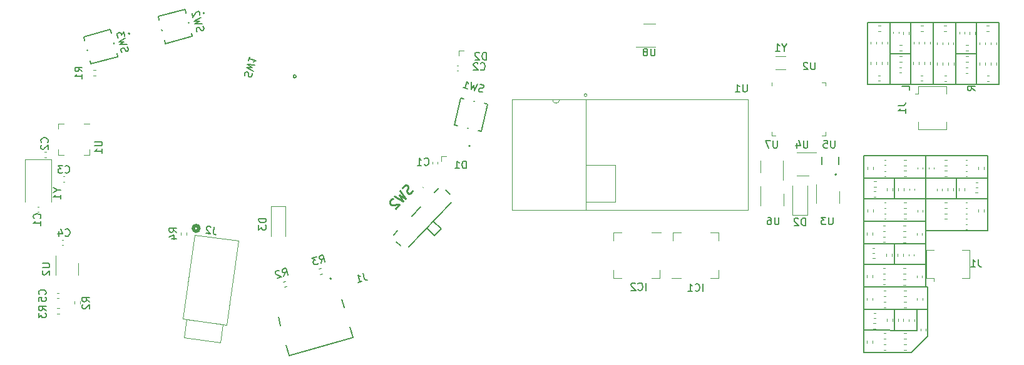
<source format=gbr>
%TF.GenerationSoftware,KiCad,Pcbnew,(7.0.0)*%
%TF.CreationDate,2023-05-27T11:58:37+01:00*%
%TF.ProjectId,all,616c6c2e-6b69-4636-9164-5f7063625858,rev?*%
%TF.SameCoordinates,Original*%
%TF.FileFunction,Legend,Bot*%
%TF.FilePolarity,Positive*%
%FSLAX46Y46*%
G04 Gerber Fmt 4.6, Leading zero omitted, Abs format (unit mm)*
G04 Created by KiCad (PCBNEW (7.0.0)) date 2023-05-27 11:58:37*
%MOMM*%
%LPD*%
G01*
G04 APERTURE LIST*
%ADD10C,0.150000*%
%ADD11C,0.254000*%
%ADD12C,0.152400*%
%ADD13C,0.120000*%
%ADD14C,0.200000*%
%ADD15C,0.100000*%
%ADD16C,0.508000*%
G04 APERTURE END LIST*
D10*
X162714160Y-87861560D02*
X162714160Y-85111560D01*
X155523160Y-73081560D02*
X163905160Y-73081560D01*
X163905160Y-73081560D02*
X163905160Y-81971560D01*
X163905160Y-81971560D02*
X155523160Y-81971560D01*
X155523160Y-81971560D02*
X155523160Y-73081560D01*
X163905160Y-81971560D02*
X164213569Y-81973034D01*
X155523160Y-85019560D02*
X164214160Y-85019560D01*
X163905160Y-70033560D02*
X172287160Y-70033560D01*
X155523160Y-78923560D02*
X163905160Y-78923560D01*
X155523160Y-76129560D02*
X163905160Y-76129560D01*
X155523160Y-90861560D02*
X161964160Y-90861560D01*
X155523160Y-64191560D02*
X163905160Y-64191560D01*
X163905160Y-64191560D02*
X163905160Y-73081560D01*
X163905160Y-73081560D02*
X155523160Y-73081560D01*
X155523160Y-73081560D02*
X155523160Y-64191560D01*
X164214160Y-88611560D02*
X164213569Y-81973034D01*
X161964160Y-90861560D02*
X164214160Y-88611560D01*
X159714160Y-70033560D02*
X159714160Y-67239560D01*
X155523160Y-90861560D02*
X155523160Y-81971560D01*
X163905160Y-67239560D02*
X155523160Y-67239560D01*
X163905160Y-64191560D02*
X172287160Y-64191560D01*
X172287160Y-64191560D02*
X172287160Y-74331560D01*
X172287160Y-74331560D02*
X163905160Y-74331560D01*
X163905160Y-74331560D02*
X163905160Y-64191560D01*
X163905160Y-70033560D02*
X155523160Y-70033560D01*
X159714160Y-85019560D02*
X159714160Y-87813560D01*
X163905160Y-67239560D02*
X172287160Y-67239560D01*
X168096160Y-67239560D02*
X168096160Y-70033560D01*
X155523160Y-87813560D02*
X162714160Y-87861560D01*
X159714160Y-76129560D02*
X159714160Y-78923560D01*
X170802000Y-54522000D02*
X170802000Y-46140000D01*
X156070000Y-54522000D02*
X164960000Y-54522000D01*
X164960000Y-54522000D02*
X164960000Y-46140000D01*
X164960000Y-46140000D02*
X156070000Y-46140000D01*
X156070000Y-46140000D02*
X156070000Y-54522000D01*
X161912000Y-50331000D02*
X159118000Y-50331000D01*
X161912000Y-46140000D02*
X161912000Y-54522000D01*
X161694380Y-55236285D02*
X161694380Y-54760095D01*
X161694380Y-54760095D02*
X160694380Y-54760095D01*
X168008000Y-54522000D02*
X168008000Y-46140000D01*
X164960000Y-54522000D02*
X173850000Y-54522000D01*
X173850000Y-54522000D02*
X173850000Y-46140000D01*
X173850000Y-46140000D02*
X164960000Y-46140000D01*
X164960000Y-46140000D02*
X164960000Y-54522000D01*
X168008000Y-50331000D02*
X170802000Y-50331000D01*
X170584380Y-55331523D02*
X170108190Y-54998190D01*
X170584380Y-54760095D02*
X169584380Y-54760095D01*
X169584380Y-54760095D02*
X169584380Y-55141047D01*
X169584380Y-55141047D02*
X169632000Y-55236285D01*
X169632000Y-55236285D02*
X169679619Y-55283904D01*
X169679619Y-55283904D02*
X169774857Y-55331523D01*
X169774857Y-55331523D02*
X169917714Y-55331523D01*
X169917714Y-55331523D02*
X170012952Y-55283904D01*
X170012952Y-55283904D02*
X170060571Y-55236285D01*
X170060571Y-55236285D02*
X170108190Y-55141047D01*
X170108190Y-55141047D02*
X170108190Y-54760095D01*
X159118000Y-46140000D02*
X159118000Y-54522000D01*
%TO.C,SW2*%
X65406682Y-47397317D02*
X65323712Y-47271652D01*
X65323712Y-47271652D02*
X65262088Y-47041670D01*
X65262088Y-47041670D02*
X65283435Y-46937352D01*
X65283435Y-46937352D02*
X65317107Y-46879031D01*
X65317107Y-46879031D02*
X65396775Y-46808385D01*
X65396775Y-46808385D02*
X65488768Y-46783735D01*
X65488768Y-46783735D02*
X65593086Y-46805082D01*
X65593086Y-46805082D02*
X65651407Y-46838754D01*
X65651407Y-46838754D02*
X65722053Y-46918422D01*
X65722053Y-46918422D02*
X65817348Y-47090084D01*
X65817348Y-47090084D02*
X65887994Y-47169752D01*
X65887994Y-47169752D02*
X65946315Y-47203424D01*
X65946315Y-47203424D02*
X66050633Y-47224771D01*
X66050633Y-47224771D02*
X66142626Y-47200121D01*
X66142626Y-47200121D02*
X66222294Y-47129475D01*
X66222294Y-47129475D02*
X66255966Y-47071154D01*
X66255966Y-47071154D02*
X66277313Y-46966836D01*
X66277313Y-46966836D02*
X66215689Y-46736854D01*
X66215689Y-46736854D02*
X66132718Y-46611189D01*
X66092442Y-46276889D02*
X65064892Y-46305726D01*
X65064892Y-46305726D02*
X65705541Y-45936869D01*
X65705541Y-45936869D02*
X64966295Y-45937754D01*
X64966295Y-45937754D02*
X65870597Y-45448953D01*
X65692331Y-45151627D02*
X65726003Y-45093306D01*
X65726003Y-45093306D02*
X65747350Y-44988988D01*
X65747350Y-44988988D02*
X65685726Y-44759006D01*
X65685726Y-44759006D02*
X65615080Y-44679338D01*
X65615080Y-44679338D02*
X65556759Y-44645666D01*
X65556759Y-44645666D02*
X65452442Y-44624319D01*
X65452442Y-44624319D02*
X65360449Y-44648968D01*
X65360449Y-44648968D02*
X65234784Y-44731939D01*
X65234784Y-44731939D02*
X64830723Y-45431793D01*
X64830723Y-45431793D02*
X64670502Y-44833839D01*
%TO.C,C5*%
X44842599Y-82959989D02*
X44890218Y-82912370D01*
X44890218Y-82912370D02*
X44937837Y-82769513D01*
X44937837Y-82769513D02*
X44937837Y-82674275D01*
X44937837Y-82674275D02*
X44890218Y-82531418D01*
X44890218Y-82531418D02*
X44794980Y-82436180D01*
X44794980Y-82436180D02*
X44699742Y-82388561D01*
X44699742Y-82388561D02*
X44509266Y-82340942D01*
X44509266Y-82340942D02*
X44366409Y-82340942D01*
X44366409Y-82340942D02*
X44175933Y-82388561D01*
X44175933Y-82388561D02*
X44080695Y-82436180D01*
X44080695Y-82436180D02*
X43985457Y-82531418D01*
X43985457Y-82531418D02*
X43937837Y-82674275D01*
X43937837Y-82674275D02*
X43937837Y-82769513D01*
X43937837Y-82769513D02*
X43985457Y-82912370D01*
X43985457Y-82912370D02*
X44033076Y-82959989D01*
X43937837Y-83864751D02*
X43937837Y-83388561D01*
X43937837Y-83388561D02*
X44414028Y-83340942D01*
X44414028Y-83340942D02*
X44366409Y-83388561D01*
X44366409Y-83388561D02*
X44318790Y-83483799D01*
X44318790Y-83483799D02*
X44318790Y-83721894D01*
X44318790Y-83721894D02*
X44366409Y-83817132D01*
X44366409Y-83817132D02*
X44414028Y-83864751D01*
X44414028Y-83864751D02*
X44509266Y-83912370D01*
X44509266Y-83912370D02*
X44747361Y-83912370D01*
X44747361Y-83912370D02*
X44842599Y-83864751D01*
X44842599Y-83864751D02*
X44890218Y-83817132D01*
X44890218Y-83817132D02*
X44937837Y-83721894D01*
X44937837Y-83721894D02*
X44937837Y-83483799D01*
X44937837Y-83483799D02*
X44890218Y-83388561D01*
X44890218Y-83388561D02*
X44842599Y-83340942D01*
%TO.C,C2*%
X45142599Y-62359989D02*
X45190218Y-62312370D01*
X45190218Y-62312370D02*
X45237837Y-62169513D01*
X45237837Y-62169513D02*
X45237837Y-62074275D01*
X45237837Y-62074275D02*
X45190218Y-61931418D01*
X45190218Y-61931418D02*
X45094980Y-61836180D01*
X45094980Y-61836180D02*
X44999742Y-61788561D01*
X44999742Y-61788561D02*
X44809266Y-61740942D01*
X44809266Y-61740942D02*
X44666409Y-61740942D01*
X44666409Y-61740942D02*
X44475933Y-61788561D01*
X44475933Y-61788561D02*
X44380695Y-61836180D01*
X44380695Y-61836180D02*
X44285457Y-61931418D01*
X44285457Y-61931418D02*
X44237837Y-62074275D01*
X44237837Y-62074275D02*
X44237837Y-62169513D01*
X44237837Y-62169513D02*
X44285457Y-62312370D01*
X44285457Y-62312370D02*
X44333076Y-62359989D01*
X44333076Y-62740942D02*
X44285457Y-62788561D01*
X44285457Y-62788561D02*
X44237837Y-62883799D01*
X44237837Y-62883799D02*
X44237837Y-63121894D01*
X44237837Y-63121894D02*
X44285457Y-63217132D01*
X44285457Y-63217132D02*
X44333076Y-63264751D01*
X44333076Y-63264751D02*
X44428314Y-63312370D01*
X44428314Y-63312370D02*
X44523552Y-63312370D01*
X44523552Y-63312370D02*
X44666409Y-63264751D01*
X44666409Y-63264751D02*
X45237837Y-62693323D01*
X45237837Y-62693323D02*
X45237837Y-63312370D01*
%TO.C,C4*%
X47537123Y-74998798D02*
X47584742Y-75046417D01*
X47584742Y-75046417D02*
X47727599Y-75094036D01*
X47727599Y-75094036D02*
X47822837Y-75094036D01*
X47822837Y-75094036D02*
X47965694Y-75046417D01*
X47965694Y-75046417D02*
X48060932Y-74951179D01*
X48060932Y-74951179D02*
X48108551Y-74855941D01*
X48108551Y-74855941D02*
X48156170Y-74665465D01*
X48156170Y-74665465D02*
X48156170Y-74522608D01*
X48156170Y-74522608D02*
X48108551Y-74332132D01*
X48108551Y-74332132D02*
X48060932Y-74236894D01*
X48060932Y-74236894D02*
X47965694Y-74141656D01*
X47965694Y-74141656D02*
X47822837Y-74094036D01*
X47822837Y-74094036D02*
X47727599Y-74094036D01*
X47727599Y-74094036D02*
X47584742Y-74141656D01*
X47584742Y-74141656D02*
X47537123Y-74189275D01*
X46679980Y-74427370D02*
X46679980Y-75094036D01*
X46918075Y-74046417D02*
X47156170Y-74760703D01*
X47156170Y-74760703D02*
X46537123Y-74760703D01*
%TO.C,Y1*%
X46461647Y-68850465D02*
X46937837Y-68850465D01*
X45937837Y-68517132D02*
X46461647Y-68850465D01*
X46461647Y-68850465D02*
X45937837Y-69183798D01*
X46937837Y-70040941D02*
X46937837Y-69469513D01*
X46937837Y-69755227D02*
X45937837Y-69755227D01*
X45937837Y-69755227D02*
X46080695Y-69659989D01*
X46080695Y-69659989D02*
X46175933Y-69564751D01*
X46175933Y-69564751D02*
X46223552Y-69469513D01*
%TO.C,SW1*%
X71797643Y-53321492D02*
X71790981Y-53171055D01*
X71790981Y-53171055D02*
X71856205Y-52942067D01*
X71856205Y-52942067D02*
X71928092Y-52863517D01*
X71928092Y-52863517D02*
X71986934Y-52830765D01*
X71986934Y-52830765D02*
X72091574Y-52811057D01*
X72091574Y-52811057D02*
X72183169Y-52837147D01*
X72183169Y-52837147D02*
X72261719Y-52909034D01*
X72261719Y-52909034D02*
X72294472Y-52967876D01*
X72294472Y-52967876D02*
X72314179Y-53072516D01*
X72314179Y-53072516D02*
X72307797Y-53268751D01*
X72307797Y-53268751D02*
X72327505Y-53373391D01*
X72327505Y-53373391D02*
X72360257Y-53432233D01*
X72360257Y-53432233D02*
X72438807Y-53504120D01*
X72438807Y-53504120D02*
X72530402Y-53530210D01*
X72530402Y-53530210D02*
X72635042Y-53510502D01*
X72635042Y-53510502D02*
X72693884Y-53477750D01*
X72693884Y-53477750D02*
X72765771Y-53399200D01*
X72765771Y-53399200D02*
X72830996Y-53170212D01*
X72830996Y-53170212D02*
X72824333Y-53019775D01*
X72961445Y-52712238D02*
X72064923Y-52209308D01*
X72064923Y-52209308D02*
X72804064Y-52221792D01*
X72804064Y-52221792D02*
X72169282Y-51842929D01*
X72169282Y-51842929D02*
X73196252Y-51887884D01*
X72482359Y-50743791D02*
X72325820Y-51293360D01*
X72404090Y-51018575D02*
X73365836Y-51292518D01*
X73365836Y-51292518D02*
X73202354Y-51344978D01*
X73202354Y-51344978D02*
X73084669Y-51410483D01*
X73084669Y-51410483D02*
X73012782Y-51489033D01*
%TO.C,R3*%
X44937837Y-85159989D02*
X44461647Y-84826656D01*
X44937837Y-84588561D02*
X43937837Y-84588561D01*
X43937837Y-84588561D02*
X43937837Y-84969513D01*
X43937837Y-84969513D02*
X43985457Y-85064751D01*
X43985457Y-85064751D02*
X44033076Y-85112370D01*
X44033076Y-85112370D02*
X44128314Y-85159989D01*
X44128314Y-85159989D02*
X44271171Y-85159989D01*
X44271171Y-85159989D02*
X44366409Y-85112370D01*
X44366409Y-85112370D02*
X44414028Y-85064751D01*
X44414028Y-85064751D02*
X44461647Y-84969513D01*
X44461647Y-84969513D02*
X44461647Y-84588561D01*
X43937837Y-85493323D02*
X43937837Y-86112370D01*
X43937837Y-86112370D02*
X44318790Y-85779037D01*
X44318790Y-85779037D02*
X44318790Y-85921894D01*
X44318790Y-85921894D02*
X44366409Y-86017132D01*
X44366409Y-86017132D02*
X44414028Y-86064751D01*
X44414028Y-86064751D02*
X44509266Y-86112370D01*
X44509266Y-86112370D02*
X44747361Y-86112370D01*
X44747361Y-86112370D02*
X44842599Y-86064751D01*
X44842599Y-86064751D02*
X44890218Y-86017132D01*
X44890218Y-86017132D02*
X44937837Y-85921894D01*
X44937837Y-85921894D02*
X44937837Y-85636180D01*
X44937837Y-85636180D02*
X44890218Y-85540942D01*
X44890218Y-85540942D02*
X44842599Y-85493323D01*
%TO.C,U2*%
X44437837Y-78764751D02*
X45247361Y-78764751D01*
X45247361Y-78764751D02*
X45342599Y-78812370D01*
X45342599Y-78812370D02*
X45390218Y-78859989D01*
X45390218Y-78859989D02*
X45437837Y-78955227D01*
X45437837Y-78955227D02*
X45437837Y-79145703D01*
X45437837Y-79145703D02*
X45390218Y-79240941D01*
X45390218Y-79240941D02*
X45342599Y-79288560D01*
X45342599Y-79288560D02*
X45247361Y-79336179D01*
X45247361Y-79336179D02*
X44437837Y-79336179D01*
X44533076Y-79764751D02*
X44485457Y-79812370D01*
X44485457Y-79812370D02*
X44437837Y-79907608D01*
X44437837Y-79907608D02*
X44437837Y-80145703D01*
X44437837Y-80145703D02*
X44485457Y-80240941D01*
X44485457Y-80240941D02*
X44533076Y-80288560D01*
X44533076Y-80288560D02*
X44628314Y-80336179D01*
X44628314Y-80336179D02*
X44723552Y-80336179D01*
X44723552Y-80336179D02*
X44866409Y-80288560D01*
X44866409Y-80288560D02*
X45437837Y-79717132D01*
X45437837Y-79717132D02*
X45437837Y-80336179D01*
%TO.C,C1*%
X44142599Y-72659989D02*
X44190218Y-72612370D01*
X44190218Y-72612370D02*
X44237837Y-72469513D01*
X44237837Y-72469513D02*
X44237837Y-72374275D01*
X44237837Y-72374275D02*
X44190218Y-72231418D01*
X44190218Y-72231418D02*
X44094980Y-72136180D01*
X44094980Y-72136180D02*
X43999742Y-72088561D01*
X43999742Y-72088561D02*
X43809266Y-72040942D01*
X43809266Y-72040942D02*
X43666409Y-72040942D01*
X43666409Y-72040942D02*
X43475933Y-72088561D01*
X43475933Y-72088561D02*
X43380695Y-72136180D01*
X43380695Y-72136180D02*
X43285457Y-72231418D01*
X43285457Y-72231418D02*
X43237837Y-72374275D01*
X43237837Y-72374275D02*
X43237837Y-72469513D01*
X43237837Y-72469513D02*
X43285457Y-72612370D01*
X43285457Y-72612370D02*
X43333076Y-72659989D01*
X44237837Y-73612370D02*
X44237837Y-73040942D01*
X44237837Y-73326656D02*
X43237837Y-73326656D01*
X43237837Y-73326656D02*
X43380695Y-73231418D01*
X43380695Y-73231418D02*
X43475933Y-73136180D01*
X43475933Y-73136180D02*
X43523552Y-73040942D01*
%TO.C,R2*%
X50837837Y-83959989D02*
X50361647Y-83626656D01*
X50837837Y-83388561D02*
X49837837Y-83388561D01*
X49837837Y-83388561D02*
X49837837Y-83769513D01*
X49837837Y-83769513D02*
X49885457Y-83864751D01*
X49885457Y-83864751D02*
X49933076Y-83912370D01*
X49933076Y-83912370D02*
X50028314Y-83959989D01*
X50028314Y-83959989D02*
X50171171Y-83959989D01*
X50171171Y-83959989D02*
X50266409Y-83912370D01*
X50266409Y-83912370D02*
X50314028Y-83864751D01*
X50314028Y-83864751D02*
X50361647Y-83769513D01*
X50361647Y-83769513D02*
X50361647Y-83388561D01*
X49933076Y-84340942D02*
X49885457Y-84388561D01*
X49885457Y-84388561D02*
X49837837Y-84483799D01*
X49837837Y-84483799D02*
X49837837Y-84721894D01*
X49837837Y-84721894D02*
X49885457Y-84817132D01*
X49885457Y-84817132D02*
X49933076Y-84864751D01*
X49933076Y-84864751D02*
X50028314Y-84912370D01*
X50028314Y-84912370D02*
X50123552Y-84912370D01*
X50123552Y-84912370D02*
X50266409Y-84864751D01*
X50266409Y-84864751D02*
X50837837Y-84293323D01*
X50837837Y-84293323D02*
X50837837Y-84912370D01*
%TO.C,SW3*%
X55206682Y-50197317D02*
X55123712Y-50071652D01*
X55123712Y-50071652D02*
X55062088Y-49841670D01*
X55062088Y-49841670D02*
X55083435Y-49737352D01*
X55083435Y-49737352D02*
X55117107Y-49679031D01*
X55117107Y-49679031D02*
X55196775Y-49608385D01*
X55196775Y-49608385D02*
X55288768Y-49583735D01*
X55288768Y-49583735D02*
X55393086Y-49605082D01*
X55393086Y-49605082D02*
X55451407Y-49638754D01*
X55451407Y-49638754D02*
X55522053Y-49718422D01*
X55522053Y-49718422D02*
X55617348Y-49890084D01*
X55617348Y-49890084D02*
X55687994Y-49969752D01*
X55687994Y-49969752D02*
X55746315Y-50003424D01*
X55746315Y-50003424D02*
X55850633Y-50024771D01*
X55850633Y-50024771D02*
X55942626Y-50000121D01*
X55942626Y-50000121D02*
X56022294Y-49929475D01*
X56022294Y-49929475D02*
X56055966Y-49871154D01*
X56055966Y-49871154D02*
X56077313Y-49766836D01*
X56077313Y-49766836D02*
X56015689Y-49536854D01*
X56015689Y-49536854D02*
X55932718Y-49411189D01*
X55892442Y-49076889D02*
X54864892Y-49105726D01*
X54864892Y-49105726D02*
X55505541Y-48736869D01*
X55505541Y-48736869D02*
X54766295Y-48737754D01*
X54766295Y-48737754D02*
X55670597Y-48248953D01*
X55596649Y-47972974D02*
X55436427Y-47375020D01*
X55436427Y-47375020D02*
X55154729Y-47795593D01*
X55154729Y-47795593D02*
X55117755Y-47657604D01*
X55117755Y-47657604D02*
X55047109Y-47577936D01*
X55047109Y-47577936D02*
X54988787Y-47544264D01*
X54988787Y-47544264D02*
X54884470Y-47522917D01*
X54884470Y-47522917D02*
X54654487Y-47584540D01*
X54654487Y-47584540D02*
X54574819Y-47655186D01*
X54574819Y-47655186D02*
X54541147Y-47713507D01*
X54541147Y-47713507D02*
X54519800Y-47817825D01*
X54519800Y-47817825D02*
X54593749Y-48093804D01*
X54593749Y-48093804D02*
X54664395Y-48173472D01*
X54664395Y-48173472D02*
X54722716Y-48207144D01*
%TO.C,R1*%
X49837837Y-52759989D02*
X49361647Y-52426656D01*
X49837837Y-52188561D02*
X48837837Y-52188561D01*
X48837837Y-52188561D02*
X48837837Y-52569513D01*
X48837837Y-52569513D02*
X48885457Y-52664751D01*
X48885457Y-52664751D02*
X48933076Y-52712370D01*
X48933076Y-52712370D02*
X49028314Y-52759989D01*
X49028314Y-52759989D02*
X49171171Y-52759989D01*
X49171171Y-52759989D02*
X49266409Y-52712370D01*
X49266409Y-52712370D02*
X49314028Y-52664751D01*
X49314028Y-52664751D02*
X49361647Y-52569513D01*
X49361647Y-52569513D02*
X49361647Y-52188561D01*
X49837837Y-53712370D02*
X49837837Y-53140942D01*
X49837837Y-53426656D02*
X48837837Y-53426656D01*
X48837837Y-53426656D02*
X48980695Y-53331418D01*
X48980695Y-53331418D02*
X49075933Y-53236180D01*
X49075933Y-53236180D02*
X49123552Y-53140942D01*
%TO.C,U1*%
X51537837Y-62264751D02*
X52347361Y-62264751D01*
X52347361Y-62264751D02*
X52442599Y-62312370D01*
X52442599Y-62312370D02*
X52490218Y-62359989D01*
X52490218Y-62359989D02*
X52537837Y-62455227D01*
X52537837Y-62455227D02*
X52537837Y-62645703D01*
X52537837Y-62645703D02*
X52490218Y-62740941D01*
X52490218Y-62740941D02*
X52442599Y-62788560D01*
X52442599Y-62788560D02*
X52347361Y-62836179D01*
X52347361Y-62836179D02*
X51537837Y-62836179D01*
X52537837Y-63836179D02*
X52537837Y-63264751D01*
X52537837Y-63550465D02*
X51537837Y-63550465D01*
X51537837Y-63550465D02*
X51680695Y-63455227D01*
X51680695Y-63455227D02*
X51775933Y-63359989D01*
X51775933Y-63359989D02*
X51823552Y-63264751D01*
%TO.C,C3*%
X47504623Y-66438798D02*
X47552242Y-66486417D01*
X47552242Y-66486417D02*
X47695099Y-66534036D01*
X47695099Y-66534036D02*
X47790337Y-66534036D01*
X47790337Y-66534036D02*
X47933194Y-66486417D01*
X47933194Y-66486417D02*
X48028432Y-66391179D01*
X48028432Y-66391179D02*
X48076051Y-66295941D01*
X48076051Y-66295941D02*
X48123670Y-66105465D01*
X48123670Y-66105465D02*
X48123670Y-65962608D01*
X48123670Y-65962608D02*
X48076051Y-65772132D01*
X48076051Y-65772132D02*
X48028432Y-65676894D01*
X48028432Y-65676894D02*
X47933194Y-65581656D01*
X47933194Y-65581656D02*
X47790337Y-65534036D01*
X47790337Y-65534036D02*
X47695099Y-65534036D01*
X47695099Y-65534036D02*
X47552242Y-65581656D01*
X47552242Y-65581656D02*
X47504623Y-65629275D01*
X47171289Y-65534036D02*
X46552242Y-65534036D01*
X46552242Y-65534036D02*
X46885575Y-65914989D01*
X46885575Y-65914989D02*
X46742718Y-65914989D01*
X46742718Y-65914989D02*
X46647480Y-65962608D01*
X46647480Y-65962608D02*
X46599861Y-66010227D01*
X46599861Y-66010227D02*
X46552242Y-66105465D01*
X46552242Y-66105465D02*
X46552242Y-66343560D01*
X46552242Y-66343560D02*
X46599861Y-66438798D01*
X46599861Y-66438798D02*
X46647480Y-66486417D01*
X46647480Y-66486417D02*
X46742718Y-66534036D01*
X46742718Y-66534036D02*
X47028432Y-66534036D01*
X47028432Y-66534036D02*
X47123670Y-66486417D01*
X47123670Y-66486417D02*
X47171289Y-66438798D01*
%TO.C,J1*%
X171047493Y-78228940D02*
X171047493Y-78943226D01*
X171047493Y-78943226D02*
X171095112Y-79086083D01*
X171095112Y-79086083D02*
X171190350Y-79181321D01*
X171190350Y-79181321D02*
X171333207Y-79228940D01*
X171333207Y-79228940D02*
X171428445Y-79228940D01*
X170047493Y-79228940D02*
X170618921Y-79228940D01*
X170333207Y-79228940D02*
X170333207Y-78228940D01*
X170333207Y-78228940D02*
X170428445Y-78371798D01*
X170428445Y-78371798D02*
X170523683Y-78467036D01*
X170523683Y-78467036D02*
X170618921Y-78514655D01*
X160217380Y-57363928D02*
X160931666Y-57363928D01*
X160931666Y-57363928D02*
X161074523Y-57316309D01*
X161074523Y-57316309D02*
X161169761Y-57221071D01*
X161169761Y-57221071D02*
X161217380Y-57078214D01*
X161217380Y-57078214D02*
X161217380Y-56982976D01*
X161217380Y-58363928D02*
X161217380Y-57792500D01*
X161217380Y-58078214D02*
X160217380Y-58078214D01*
X160217380Y-58078214D02*
X160360238Y-57982976D01*
X160360238Y-57982976D02*
X160455476Y-57887738D01*
X160455476Y-57887738D02*
X160503095Y-57792500D01*
%TO.C,U6*%
X144061904Y-72517380D02*
X144061904Y-73326904D01*
X144061904Y-73326904D02*
X144014285Y-73422142D01*
X144014285Y-73422142D02*
X143966666Y-73469761D01*
X143966666Y-73469761D02*
X143871428Y-73517380D01*
X143871428Y-73517380D02*
X143680952Y-73517380D01*
X143680952Y-73517380D02*
X143585714Y-73469761D01*
X143585714Y-73469761D02*
X143538095Y-73422142D01*
X143538095Y-73422142D02*
X143490476Y-73326904D01*
X143490476Y-73326904D02*
X143490476Y-72517380D01*
X142585714Y-72517380D02*
X142776190Y-72517380D01*
X142776190Y-72517380D02*
X142871428Y-72565000D01*
X142871428Y-72565000D02*
X142919047Y-72612619D01*
X142919047Y-72612619D02*
X143014285Y-72755476D01*
X143014285Y-72755476D02*
X143061904Y-72945952D01*
X143061904Y-72945952D02*
X143061904Y-73326904D01*
X143061904Y-73326904D02*
X143014285Y-73422142D01*
X143014285Y-73422142D02*
X142966666Y-73469761D01*
X142966666Y-73469761D02*
X142871428Y-73517380D01*
X142871428Y-73517380D02*
X142680952Y-73517380D01*
X142680952Y-73517380D02*
X142585714Y-73469761D01*
X142585714Y-73469761D02*
X142538095Y-73422142D01*
X142538095Y-73422142D02*
X142490476Y-73326904D01*
X142490476Y-73326904D02*
X142490476Y-73088809D01*
X142490476Y-73088809D02*
X142538095Y-72993571D01*
X142538095Y-72993571D02*
X142585714Y-72945952D01*
X142585714Y-72945952D02*
X142680952Y-72898333D01*
X142680952Y-72898333D02*
X142871428Y-72898333D01*
X142871428Y-72898333D02*
X142966666Y-72945952D01*
X142966666Y-72945952D02*
X143014285Y-72993571D01*
X143014285Y-72993571D02*
X143061904Y-73088809D01*
%TO.C,D2*%
X147638094Y-73617380D02*
X147638094Y-72617380D01*
X147638094Y-72617380D02*
X147399999Y-72617380D01*
X147399999Y-72617380D02*
X147257142Y-72665000D01*
X147257142Y-72665000D02*
X147161904Y-72760238D01*
X147161904Y-72760238D02*
X147114285Y-72855476D01*
X147114285Y-72855476D02*
X147066666Y-73045952D01*
X147066666Y-73045952D02*
X147066666Y-73188809D01*
X147066666Y-73188809D02*
X147114285Y-73379285D01*
X147114285Y-73379285D02*
X147161904Y-73474523D01*
X147161904Y-73474523D02*
X147257142Y-73569761D01*
X147257142Y-73569761D02*
X147399999Y-73617380D01*
X147399999Y-73617380D02*
X147638094Y-73617380D01*
X146685713Y-72712619D02*
X146638094Y-72665000D01*
X146638094Y-72665000D02*
X146542856Y-72617380D01*
X146542856Y-72617380D02*
X146304761Y-72617380D01*
X146304761Y-72617380D02*
X146209523Y-72665000D01*
X146209523Y-72665000D02*
X146161904Y-72712619D01*
X146161904Y-72712619D02*
X146114285Y-72807857D01*
X146114285Y-72807857D02*
X146114285Y-72903095D01*
X146114285Y-72903095D02*
X146161904Y-73045952D01*
X146161904Y-73045952D02*
X146733332Y-73617380D01*
X146733332Y-73617380D02*
X146114285Y-73617380D01*
%TO.C,U2*%
X148961904Y-51517380D02*
X148961904Y-52326904D01*
X148961904Y-52326904D02*
X148914285Y-52422142D01*
X148914285Y-52422142D02*
X148866666Y-52469761D01*
X148866666Y-52469761D02*
X148771428Y-52517380D01*
X148771428Y-52517380D02*
X148580952Y-52517380D01*
X148580952Y-52517380D02*
X148485714Y-52469761D01*
X148485714Y-52469761D02*
X148438095Y-52422142D01*
X148438095Y-52422142D02*
X148390476Y-52326904D01*
X148390476Y-52326904D02*
X148390476Y-51517380D01*
X147961904Y-51612619D02*
X147914285Y-51565000D01*
X147914285Y-51565000D02*
X147819047Y-51517380D01*
X147819047Y-51517380D02*
X147580952Y-51517380D01*
X147580952Y-51517380D02*
X147485714Y-51565000D01*
X147485714Y-51565000D02*
X147438095Y-51612619D01*
X147438095Y-51612619D02*
X147390476Y-51707857D01*
X147390476Y-51707857D02*
X147390476Y-51803095D01*
X147390476Y-51803095D02*
X147438095Y-51945952D01*
X147438095Y-51945952D02*
X148009523Y-52517380D01*
X148009523Y-52517380D02*
X147390476Y-52517380D01*
%TO.C,IC1*%
X133797617Y-82517380D02*
X133797617Y-81517380D01*
X132749999Y-82422142D02*
X132797618Y-82469761D01*
X132797618Y-82469761D02*
X132940475Y-82517380D01*
X132940475Y-82517380D02*
X133035713Y-82517380D01*
X133035713Y-82517380D02*
X133178570Y-82469761D01*
X133178570Y-82469761D02*
X133273808Y-82374523D01*
X133273808Y-82374523D02*
X133321427Y-82279285D01*
X133321427Y-82279285D02*
X133369046Y-82088809D01*
X133369046Y-82088809D02*
X133369046Y-81945952D01*
X133369046Y-81945952D02*
X133321427Y-81755476D01*
X133321427Y-81755476D02*
X133273808Y-81660238D01*
X133273808Y-81660238D02*
X133178570Y-81565000D01*
X133178570Y-81565000D02*
X133035713Y-81517380D01*
X133035713Y-81517380D02*
X132940475Y-81517380D01*
X132940475Y-81517380D02*
X132797618Y-81565000D01*
X132797618Y-81565000D02*
X132749999Y-81612619D01*
X131797618Y-82517380D02*
X132369046Y-82517380D01*
X132083332Y-82517380D02*
X132083332Y-81517380D01*
X132083332Y-81517380D02*
X132178570Y-81660238D01*
X132178570Y-81660238D02*
X132273808Y-81755476D01*
X132273808Y-81755476D02*
X132369046Y-81803095D01*
%TO.C,U3*%
X151361904Y-72517380D02*
X151361904Y-73326904D01*
X151361904Y-73326904D02*
X151314285Y-73422142D01*
X151314285Y-73422142D02*
X151266666Y-73469761D01*
X151266666Y-73469761D02*
X151171428Y-73517380D01*
X151171428Y-73517380D02*
X150980952Y-73517380D01*
X150980952Y-73517380D02*
X150885714Y-73469761D01*
X150885714Y-73469761D02*
X150838095Y-73422142D01*
X150838095Y-73422142D02*
X150790476Y-73326904D01*
X150790476Y-73326904D02*
X150790476Y-72517380D01*
X150409523Y-72517380D02*
X149790476Y-72517380D01*
X149790476Y-72517380D02*
X150123809Y-72898333D01*
X150123809Y-72898333D02*
X149980952Y-72898333D01*
X149980952Y-72898333D02*
X149885714Y-72945952D01*
X149885714Y-72945952D02*
X149838095Y-72993571D01*
X149838095Y-72993571D02*
X149790476Y-73088809D01*
X149790476Y-73088809D02*
X149790476Y-73326904D01*
X149790476Y-73326904D02*
X149838095Y-73422142D01*
X149838095Y-73422142D02*
X149885714Y-73469761D01*
X149885714Y-73469761D02*
X149980952Y-73517380D01*
X149980952Y-73517380D02*
X150266666Y-73517380D01*
X150266666Y-73517380D02*
X150361904Y-73469761D01*
X150361904Y-73469761D02*
X150409523Y-73422142D01*
%TO.C,U8*%
X127294404Y-49649380D02*
X127294404Y-50458904D01*
X127294404Y-50458904D02*
X127246785Y-50554142D01*
X127246785Y-50554142D02*
X127199166Y-50601761D01*
X127199166Y-50601761D02*
X127103928Y-50649380D01*
X127103928Y-50649380D02*
X126913452Y-50649380D01*
X126913452Y-50649380D02*
X126818214Y-50601761D01*
X126818214Y-50601761D02*
X126770595Y-50554142D01*
X126770595Y-50554142D02*
X126722976Y-50458904D01*
X126722976Y-50458904D02*
X126722976Y-49649380D01*
X126103928Y-50077952D02*
X126199166Y-50030333D01*
X126199166Y-50030333D02*
X126246785Y-49982714D01*
X126246785Y-49982714D02*
X126294404Y-49887476D01*
X126294404Y-49887476D02*
X126294404Y-49839857D01*
X126294404Y-49839857D02*
X126246785Y-49744619D01*
X126246785Y-49744619D02*
X126199166Y-49697000D01*
X126199166Y-49697000D02*
X126103928Y-49649380D01*
X126103928Y-49649380D02*
X125913452Y-49649380D01*
X125913452Y-49649380D02*
X125818214Y-49697000D01*
X125818214Y-49697000D02*
X125770595Y-49744619D01*
X125770595Y-49744619D02*
X125722976Y-49839857D01*
X125722976Y-49839857D02*
X125722976Y-49887476D01*
X125722976Y-49887476D02*
X125770595Y-49982714D01*
X125770595Y-49982714D02*
X125818214Y-50030333D01*
X125818214Y-50030333D02*
X125913452Y-50077952D01*
X125913452Y-50077952D02*
X126103928Y-50077952D01*
X126103928Y-50077952D02*
X126199166Y-50125571D01*
X126199166Y-50125571D02*
X126246785Y-50173190D01*
X126246785Y-50173190D02*
X126294404Y-50268428D01*
X126294404Y-50268428D02*
X126294404Y-50458904D01*
X126294404Y-50458904D02*
X126246785Y-50554142D01*
X126246785Y-50554142D02*
X126199166Y-50601761D01*
X126199166Y-50601761D02*
X126103928Y-50649380D01*
X126103928Y-50649380D02*
X125913452Y-50649380D01*
X125913452Y-50649380D02*
X125818214Y-50601761D01*
X125818214Y-50601761D02*
X125770595Y-50554142D01*
X125770595Y-50554142D02*
X125722976Y-50458904D01*
X125722976Y-50458904D02*
X125722976Y-50268428D01*
X125722976Y-50268428D02*
X125770595Y-50173190D01*
X125770595Y-50173190D02*
X125818214Y-50125571D01*
X125818214Y-50125571D02*
X125913452Y-50077952D01*
%TO.C,IC2*%
X126076189Y-82417380D02*
X126076189Y-81417380D01*
X125028571Y-82322142D02*
X125076190Y-82369761D01*
X125076190Y-82369761D02*
X125219047Y-82417380D01*
X125219047Y-82417380D02*
X125314285Y-82417380D01*
X125314285Y-82417380D02*
X125457142Y-82369761D01*
X125457142Y-82369761D02*
X125552380Y-82274523D01*
X125552380Y-82274523D02*
X125599999Y-82179285D01*
X125599999Y-82179285D02*
X125647618Y-81988809D01*
X125647618Y-81988809D02*
X125647618Y-81845952D01*
X125647618Y-81845952D02*
X125599999Y-81655476D01*
X125599999Y-81655476D02*
X125552380Y-81560238D01*
X125552380Y-81560238D02*
X125457142Y-81465000D01*
X125457142Y-81465000D02*
X125314285Y-81417380D01*
X125314285Y-81417380D02*
X125219047Y-81417380D01*
X125219047Y-81417380D02*
X125076190Y-81465000D01*
X125076190Y-81465000D02*
X125028571Y-81512619D01*
X124647618Y-81512619D02*
X124599999Y-81465000D01*
X124599999Y-81465000D02*
X124504761Y-81417380D01*
X124504761Y-81417380D02*
X124266666Y-81417380D01*
X124266666Y-81417380D02*
X124171428Y-81465000D01*
X124171428Y-81465000D02*
X124123809Y-81512619D01*
X124123809Y-81512619D02*
X124076190Y-81607857D01*
X124076190Y-81607857D02*
X124076190Y-81703095D01*
X124076190Y-81703095D02*
X124123809Y-81845952D01*
X124123809Y-81845952D02*
X124695237Y-82417380D01*
X124695237Y-82417380D02*
X124076190Y-82417380D01*
%TO.C,U4*%
X147961904Y-62117380D02*
X147961904Y-62926904D01*
X147961904Y-62926904D02*
X147914285Y-63022142D01*
X147914285Y-63022142D02*
X147866666Y-63069761D01*
X147866666Y-63069761D02*
X147771428Y-63117380D01*
X147771428Y-63117380D02*
X147580952Y-63117380D01*
X147580952Y-63117380D02*
X147485714Y-63069761D01*
X147485714Y-63069761D02*
X147438095Y-63022142D01*
X147438095Y-63022142D02*
X147390476Y-62926904D01*
X147390476Y-62926904D02*
X147390476Y-62117380D01*
X146485714Y-62450714D02*
X146485714Y-63117380D01*
X146723809Y-62069761D02*
X146961904Y-62784047D01*
X146961904Y-62784047D02*
X146342857Y-62784047D01*
%TO.C,U7*%
X143861904Y-62117380D02*
X143861904Y-62926904D01*
X143861904Y-62926904D02*
X143814285Y-63022142D01*
X143814285Y-63022142D02*
X143766666Y-63069761D01*
X143766666Y-63069761D02*
X143671428Y-63117380D01*
X143671428Y-63117380D02*
X143480952Y-63117380D01*
X143480952Y-63117380D02*
X143385714Y-63069761D01*
X143385714Y-63069761D02*
X143338095Y-63022142D01*
X143338095Y-63022142D02*
X143290476Y-62926904D01*
X143290476Y-62926904D02*
X143290476Y-62117380D01*
X142909523Y-62117380D02*
X142242857Y-62117380D01*
X142242857Y-62117380D02*
X142671428Y-63117380D01*
%TO.C,Y1*%
X144802690Y-49507690D02*
X144802690Y-49983880D01*
X145136023Y-48983880D02*
X144802690Y-49507690D01*
X144802690Y-49507690D02*
X144469357Y-48983880D01*
X143612214Y-49983880D02*
X144183642Y-49983880D01*
X143897928Y-49983880D02*
X143897928Y-48983880D01*
X143897928Y-48983880D02*
X143993166Y-49126738D01*
X143993166Y-49126738D02*
X144088404Y-49221976D01*
X144088404Y-49221976D02*
X144183642Y-49269595D01*
%TO.C,U5*%
X151661904Y-62117380D02*
X151661904Y-62926904D01*
X151661904Y-62926904D02*
X151614285Y-63022142D01*
X151614285Y-63022142D02*
X151566666Y-63069761D01*
X151566666Y-63069761D02*
X151471428Y-63117380D01*
X151471428Y-63117380D02*
X151280952Y-63117380D01*
X151280952Y-63117380D02*
X151185714Y-63069761D01*
X151185714Y-63069761D02*
X151138095Y-63022142D01*
X151138095Y-63022142D02*
X151090476Y-62926904D01*
X151090476Y-62926904D02*
X151090476Y-62117380D01*
X150138095Y-62117380D02*
X150614285Y-62117380D01*
X150614285Y-62117380D02*
X150661904Y-62593571D01*
X150661904Y-62593571D02*
X150614285Y-62545952D01*
X150614285Y-62545952D02*
X150519047Y-62498333D01*
X150519047Y-62498333D02*
X150280952Y-62498333D01*
X150280952Y-62498333D02*
X150185714Y-62545952D01*
X150185714Y-62545952D02*
X150138095Y-62593571D01*
X150138095Y-62593571D02*
X150090476Y-62688809D01*
X150090476Y-62688809D02*
X150090476Y-62926904D01*
X150090476Y-62926904D02*
X150138095Y-63022142D01*
X150138095Y-63022142D02*
X150185714Y-63069761D01*
X150185714Y-63069761D02*
X150280952Y-63117380D01*
X150280952Y-63117380D02*
X150519047Y-63117380D01*
X150519047Y-63117380D02*
X150614285Y-63069761D01*
X150614285Y-63069761D02*
X150661904Y-63022142D01*
%TO.C,U1*%
X139761904Y-54517380D02*
X139761904Y-55326904D01*
X139761904Y-55326904D02*
X139714285Y-55422142D01*
X139714285Y-55422142D02*
X139666666Y-55469761D01*
X139666666Y-55469761D02*
X139571428Y-55517380D01*
X139571428Y-55517380D02*
X139380952Y-55517380D01*
X139380952Y-55517380D02*
X139285714Y-55469761D01*
X139285714Y-55469761D02*
X139238095Y-55422142D01*
X139238095Y-55422142D02*
X139190476Y-55326904D01*
X139190476Y-55326904D02*
X139190476Y-54517380D01*
X138190476Y-55517380D02*
X138761904Y-55517380D01*
X138476190Y-55517380D02*
X138476190Y-54517380D01*
X138476190Y-54517380D02*
X138571428Y-54660238D01*
X138571428Y-54660238D02*
X138666666Y-54755476D01*
X138666666Y-54755476D02*
X138761904Y-54803095D01*
%TO.C,SW1*%
X103972893Y-55527894D02*
X103822968Y-55541963D01*
X103822968Y-55541963D02*
X103591044Y-55488104D01*
X103591044Y-55488104D02*
X103509046Y-55420175D01*
X103509046Y-55420175D02*
X103473434Y-55363019D01*
X103473434Y-55363019D02*
X103448593Y-55259477D01*
X103448593Y-55259477D02*
X103470136Y-55166708D01*
X103470136Y-55166708D02*
X103538065Y-55084711D01*
X103538065Y-55084711D02*
X103595221Y-55049098D01*
X103595221Y-55049098D02*
X103698763Y-55024257D01*
X103698763Y-55024257D02*
X103895073Y-55020960D01*
X103895073Y-55020960D02*
X103998615Y-54996119D01*
X103998615Y-54996119D02*
X104055771Y-54960506D01*
X104055771Y-54960506D02*
X104123700Y-54878508D01*
X104123700Y-54878508D02*
X104145243Y-54785739D01*
X104145243Y-54785739D02*
X104120402Y-54682198D01*
X104120402Y-54682198D02*
X104084790Y-54625041D01*
X104084790Y-54625041D02*
X104002792Y-54557113D01*
X104002792Y-54557113D02*
X103770869Y-54503253D01*
X103770869Y-54503253D02*
X103620943Y-54517322D01*
X103307022Y-54395534D02*
X102848889Y-55315754D01*
X102848889Y-55315754D02*
X102824928Y-54576896D01*
X102824928Y-54576896D02*
X102477811Y-55229579D01*
X102477811Y-55229579D02*
X102472097Y-54201641D01*
X101364578Y-54971054D02*
X101921195Y-55100316D01*
X101642887Y-55035685D02*
X101869096Y-54061606D01*
X101869096Y-54061606D02*
X101929550Y-54222304D01*
X101929550Y-54222304D02*
X102000775Y-54336617D01*
X102000775Y-54336617D02*
X102082773Y-54404546D01*
%TO.C,J2*%
X67663322Y-73833826D02*
X67565456Y-74541376D01*
X67565456Y-74541376D02*
X67593053Y-74689410D01*
X67593053Y-74689410D02*
X67674344Y-74796799D01*
X67674344Y-74796799D02*
X67809330Y-74863542D01*
X67809330Y-74863542D02*
X67903669Y-74876591D01*
X67225743Y-73869447D02*
X67185098Y-73815752D01*
X67185098Y-73815752D02*
X67097282Y-73755533D01*
X67097282Y-73755533D02*
X66861432Y-73722911D01*
X66861432Y-73722911D02*
X66760568Y-73757033D01*
X66760568Y-73757033D02*
X66706874Y-73797678D01*
X66706874Y-73797678D02*
X66646655Y-73885494D01*
X66646655Y-73885494D02*
X66633606Y-73979834D01*
X66633606Y-73979834D02*
X66661203Y-74127868D01*
X66661203Y-74127868D02*
X67148950Y-74772200D01*
X67148950Y-74772200D02*
X66535740Y-74687383D01*
%TO.C,C2*%
X103713122Y-52486951D02*
X103760741Y-52534570D01*
X103760741Y-52534570D02*
X103903598Y-52582189D01*
X103903598Y-52582189D02*
X103998836Y-52582189D01*
X103998836Y-52582189D02*
X104141693Y-52534570D01*
X104141693Y-52534570D02*
X104236931Y-52439332D01*
X104236931Y-52439332D02*
X104284550Y-52344094D01*
X104284550Y-52344094D02*
X104332169Y-52153618D01*
X104332169Y-52153618D02*
X104332169Y-52010761D01*
X104332169Y-52010761D02*
X104284550Y-51820285D01*
X104284550Y-51820285D02*
X104236931Y-51725047D01*
X104236931Y-51725047D02*
X104141693Y-51629809D01*
X104141693Y-51629809D02*
X103998836Y-51582189D01*
X103998836Y-51582189D02*
X103903598Y-51582189D01*
X103903598Y-51582189D02*
X103760741Y-51629809D01*
X103760741Y-51629809D02*
X103713122Y-51677428D01*
X103332169Y-51677428D02*
X103284550Y-51629809D01*
X103284550Y-51629809D02*
X103189312Y-51582189D01*
X103189312Y-51582189D02*
X102951217Y-51582189D01*
X102951217Y-51582189D02*
X102855979Y-51629809D01*
X102855979Y-51629809D02*
X102808360Y-51677428D01*
X102808360Y-51677428D02*
X102760741Y-51772666D01*
X102760741Y-51772666D02*
X102760741Y-51867904D01*
X102760741Y-51867904D02*
X102808360Y-52010761D01*
X102808360Y-52010761D02*
X103379788Y-52582189D01*
X103379788Y-52582189D02*
X102760741Y-52582189D01*
%TO.C,J1*%
X87794811Y-80115302D02*
X87989429Y-80802564D01*
X87989429Y-80802564D02*
X88074170Y-80927041D01*
X88074170Y-80927041D02*
X88191754Y-80992727D01*
X88191754Y-80992727D02*
X88342180Y-80999621D01*
X88342180Y-80999621D02*
X88433815Y-80973672D01*
X87105110Y-81349933D02*
X87654919Y-81194239D01*
X87380015Y-81272086D02*
X87107550Y-80309920D01*
X87107550Y-80309920D02*
X87238108Y-80421424D01*
X87238108Y-80421424D02*
X87355692Y-80487109D01*
X87355692Y-80487109D02*
X87460301Y-80506978D01*
%TO.C,C1*%
X96113122Y-65386951D02*
X96160741Y-65434570D01*
X96160741Y-65434570D02*
X96303598Y-65482189D01*
X96303598Y-65482189D02*
X96398836Y-65482189D01*
X96398836Y-65482189D02*
X96541693Y-65434570D01*
X96541693Y-65434570D02*
X96636931Y-65339332D01*
X96636931Y-65339332D02*
X96684550Y-65244094D01*
X96684550Y-65244094D02*
X96732169Y-65053618D01*
X96732169Y-65053618D02*
X96732169Y-64910761D01*
X96732169Y-64910761D02*
X96684550Y-64720285D01*
X96684550Y-64720285D02*
X96636931Y-64625047D01*
X96636931Y-64625047D02*
X96541693Y-64529809D01*
X96541693Y-64529809D02*
X96398836Y-64482189D01*
X96398836Y-64482189D02*
X96303598Y-64482189D01*
X96303598Y-64482189D02*
X96160741Y-64529809D01*
X96160741Y-64529809D02*
X96113122Y-64577428D01*
X95160741Y-65482189D02*
X95732169Y-65482189D01*
X95446455Y-65482189D02*
X95446455Y-64482189D01*
X95446455Y-64482189D02*
X95541693Y-64625047D01*
X95541693Y-64625047D02*
X95636931Y-64720285D01*
X95636931Y-64720285D02*
X95732169Y-64767904D01*
%TO.C,D3*%
X74713836Y-72676714D02*
X73713836Y-72676714D01*
X73713836Y-72676714D02*
X73713836Y-72914809D01*
X73713836Y-72914809D02*
X73761456Y-73057666D01*
X73761456Y-73057666D02*
X73856694Y-73152904D01*
X73856694Y-73152904D02*
X73951932Y-73200523D01*
X73951932Y-73200523D02*
X74142408Y-73248142D01*
X74142408Y-73248142D02*
X74285265Y-73248142D01*
X74285265Y-73248142D02*
X74475741Y-73200523D01*
X74475741Y-73200523D02*
X74570979Y-73152904D01*
X74570979Y-73152904D02*
X74666217Y-73057666D01*
X74666217Y-73057666D02*
X74713836Y-72914809D01*
X74713836Y-72914809D02*
X74713836Y-72676714D01*
X73713836Y-73581476D02*
X73713836Y-74200523D01*
X73713836Y-74200523D02*
X74094789Y-73867190D01*
X74094789Y-73867190D02*
X74094789Y-74010047D01*
X74094789Y-74010047D02*
X74142408Y-74105285D01*
X74142408Y-74105285D02*
X74190027Y-74152904D01*
X74190027Y-74152904D02*
X74285265Y-74200523D01*
X74285265Y-74200523D02*
X74523360Y-74200523D01*
X74523360Y-74200523D02*
X74618598Y-74152904D01*
X74618598Y-74152904D02*
X74666217Y-74105285D01*
X74666217Y-74105285D02*
X74713836Y-74010047D01*
X74713836Y-74010047D02*
X74713836Y-73724333D01*
X74713836Y-73724333D02*
X74666217Y-73629095D01*
X74666217Y-73629095D02*
X74618598Y-73581476D01*
%TO.C,D1*%
X101784550Y-65882189D02*
X101784550Y-64882189D01*
X101784550Y-64882189D02*
X101546455Y-64882189D01*
X101546455Y-64882189D02*
X101403598Y-64929809D01*
X101403598Y-64929809D02*
X101308360Y-65025047D01*
X101308360Y-65025047D02*
X101260741Y-65120285D01*
X101260741Y-65120285D02*
X101213122Y-65310761D01*
X101213122Y-65310761D02*
X101213122Y-65453618D01*
X101213122Y-65453618D02*
X101260741Y-65644094D01*
X101260741Y-65644094D02*
X101308360Y-65739332D01*
X101308360Y-65739332D02*
X101403598Y-65834570D01*
X101403598Y-65834570D02*
X101546455Y-65882189D01*
X101546455Y-65882189D02*
X101784550Y-65882189D01*
X100260741Y-65882189D02*
X100832169Y-65882189D01*
X100546455Y-65882189D02*
X100546455Y-64882189D01*
X100546455Y-64882189D02*
X100641693Y-65025047D01*
X100641693Y-65025047D02*
X100736931Y-65120285D01*
X100736931Y-65120285D02*
X100832169Y-65167904D01*
%TO.C,R4*%
X62613836Y-74548142D02*
X62137646Y-74214809D01*
X62613836Y-73976714D02*
X61613836Y-73976714D01*
X61613836Y-73976714D02*
X61613836Y-74357666D01*
X61613836Y-74357666D02*
X61661456Y-74452904D01*
X61661456Y-74452904D02*
X61709075Y-74500523D01*
X61709075Y-74500523D02*
X61804313Y-74548142D01*
X61804313Y-74548142D02*
X61947170Y-74548142D01*
X61947170Y-74548142D02*
X62042408Y-74500523D01*
X62042408Y-74500523D02*
X62090027Y-74452904D01*
X62090027Y-74452904D02*
X62137646Y-74357666D01*
X62137646Y-74357666D02*
X62137646Y-73976714D01*
X61947170Y-75405285D02*
X62613836Y-75405285D01*
X61566217Y-75167190D02*
X62280503Y-74929095D01*
X62280503Y-74929095D02*
X62280503Y-75548142D01*
%TO.C,R3*%
X82106914Y-78722879D02*
X82297891Y-78173883D01*
X82656723Y-78567185D02*
X82384258Y-77605019D01*
X82384258Y-77605019D02*
X82017719Y-77708815D01*
X82017719Y-77708815D02*
X81939059Y-77780582D01*
X81939059Y-77780582D02*
X81906216Y-77839374D01*
X81906216Y-77839374D02*
X81886348Y-77943983D01*
X81886348Y-77943983D02*
X81925271Y-78081435D01*
X81925271Y-78081435D02*
X81997038Y-78160096D01*
X81997038Y-78160096D02*
X82055830Y-78192939D01*
X82055830Y-78192939D02*
X82160439Y-78212807D01*
X82160439Y-78212807D02*
X82526978Y-78109011D01*
X81513728Y-77851535D02*
X80918101Y-78020204D01*
X80918101Y-78020204D02*
X81342619Y-78295922D01*
X81342619Y-78295922D02*
X81205167Y-78334845D01*
X81205167Y-78334845D02*
X81126507Y-78406612D01*
X81126507Y-78406612D02*
X81093664Y-78465404D01*
X81093664Y-78465404D02*
X81073795Y-78570013D01*
X81073795Y-78570013D02*
X81138668Y-78799100D01*
X81138668Y-78799100D02*
X81210435Y-78877760D01*
X81210435Y-78877760D02*
X81269226Y-78910603D01*
X81269226Y-78910603D02*
X81373836Y-78930472D01*
X81373836Y-78930472D02*
X81648740Y-78852624D01*
X81648740Y-78852624D02*
X81727401Y-78780858D01*
X81727401Y-78780858D02*
X81760243Y-78722066D01*
%TO.C,R2*%
X77106914Y-80522879D02*
X77297891Y-79973883D01*
X77656723Y-80367185D02*
X77384258Y-79405019D01*
X77384258Y-79405019D02*
X77017719Y-79508815D01*
X77017719Y-79508815D02*
X76939059Y-79580582D01*
X76939059Y-79580582D02*
X76906216Y-79639374D01*
X76906216Y-79639374D02*
X76886348Y-79743983D01*
X76886348Y-79743983D02*
X76925271Y-79881435D01*
X76925271Y-79881435D02*
X76997038Y-79960096D01*
X76997038Y-79960096D02*
X77055830Y-79992939D01*
X77055830Y-79992939D02*
X77160439Y-80012807D01*
X77160439Y-80012807D02*
X77526978Y-79909011D01*
X76493859Y-79756144D02*
X76435067Y-79723302D01*
X76435067Y-79723302D02*
X76330458Y-79703433D01*
X76330458Y-79703433D02*
X76101371Y-79768306D01*
X76101371Y-79768306D02*
X76022711Y-79840072D01*
X76022711Y-79840072D02*
X75989868Y-79898864D01*
X75989868Y-79898864D02*
X75969999Y-80003474D01*
X75969999Y-80003474D02*
X75995948Y-80095108D01*
X75995948Y-80095108D02*
X76080689Y-80219586D01*
X76080689Y-80219586D02*
X76786193Y-80613701D01*
X76786193Y-80613701D02*
X76190566Y-80782370D01*
D11*
%TO.C,SW2*%
X94514506Y-68878262D02*
X94432045Y-69050813D01*
X94432045Y-69050813D02*
X94222077Y-69268408D01*
X94222077Y-69268408D02*
X94094570Y-69313452D01*
X94094570Y-69313452D02*
X94009058Y-69314978D01*
X94009058Y-69314978D02*
X93880026Y-69274510D01*
X93880026Y-69274510D02*
X93792988Y-69190523D01*
X93792988Y-69190523D02*
X93747943Y-69063016D01*
X93747943Y-69063016D02*
X93746418Y-68977504D01*
X93746418Y-68977504D02*
X93786886Y-68848472D01*
X93786886Y-68848472D02*
X93911341Y-68632402D01*
X93911341Y-68632402D02*
X93951809Y-68503371D01*
X93951809Y-68503371D02*
X93950284Y-68417858D01*
X93950284Y-68417858D02*
X93905239Y-68290352D01*
X93905239Y-68290352D02*
X93818201Y-68206364D01*
X93818201Y-68206364D02*
X93689170Y-68165896D01*
X93689170Y-68165896D02*
X93603657Y-68167422D01*
X93603657Y-68167422D02*
X93476151Y-68212466D01*
X93476151Y-68212466D02*
X93266183Y-68430062D01*
X93266183Y-68430062D02*
X93183721Y-68602612D01*
X92846247Y-68865252D02*
X93550179Y-69964713D01*
X93550179Y-69964713D02*
X92729419Y-69508885D01*
X92729419Y-69508885D02*
X93214230Y-70312865D01*
X93214230Y-70312865D02*
X92090362Y-69648595D01*
X91883445Y-70037216D02*
X91797932Y-70038742D01*
X91797932Y-70038742D02*
X91670426Y-70083786D01*
X91670426Y-70083786D02*
X91460458Y-70301382D01*
X91460458Y-70301382D02*
X91419990Y-70430413D01*
X91419990Y-70430413D02*
X91421516Y-70515926D01*
X91421516Y-70515926D02*
X91466560Y-70643432D01*
X91466560Y-70643432D02*
X91553598Y-70727419D01*
X91553598Y-70727419D02*
X91726149Y-70809881D01*
X91726149Y-70809881D02*
X92752301Y-70791575D01*
X92752301Y-70791575D02*
X92206384Y-71357323D01*
D10*
%TO.C,D2*%
X104484550Y-51182189D02*
X104484550Y-50182189D01*
X104484550Y-50182189D02*
X104246455Y-50182189D01*
X104246455Y-50182189D02*
X104103598Y-50229809D01*
X104103598Y-50229809D02*
X104008360Y-50325047D01*
X104008360Y-50325047D02*
X103960741Y-50420285D01*
X103960741Y-50420285D02*
X103913122Y-50610761D01*
X103913122Y-50610761D02*
X103913122Y-50753618D01*
X103913122Y-50753618D02*
X103960741Y-50944094D01*
X103960741Y-50944094D02*
X104008360Y-51039332D01*
X104008360Y-51039332D02*
X104103598Y-51134570D01*
X104103598Y-51134570D02*
X104246455Y-51182189D01*
X104246455Y-51182189D02*
X104484550Y-51182189D01*
X103532169Y-50277428D02*
X103484550Y-50229809D01*
X103484550Y-50229809D02*
X103389312Y-50182189D01*
X103389312Y-50182189D02*
X103151217Y-50182189D01*
X103151217Y-50182189D02*
X103055979Y-50229809D01*
X103055979Y-50229809D02*
X103008360Y-50277428D01*
X103008360Y-50277428D02*
X102960741Y-50372666D01*
X102960741Y-50372666D02*
X102960741Y-50467904D01*
X102960741Y-50467904D02*
X103008360Y-50610761D01*
X103008360Y-50610761D02*
X103579788Y-51182189D01*
X103579788Y-51182189D02*
X102960741Y-51182189D01*
D12*
%TO.C,SW2*%
X64734837Y-48017425D02*
X61103729Y-48990378D01*
X64604895Y-47532474D02*
X64734837Y-48017425D01*
X64221842Y-46102902D02*
X64261732Y-46251772D01*
X63748737Y-44337248D02*
X63878679Y-44822200D01*
X61103729Y-48990378D02*
X60973787Y-48505426D01*
X60630624Y-47224724D02*
X60590734Y-47075854D01*
X60247571Y-45795152D02*
X60117629Y-45310201D01*
X60117629Y-45310201D02*
X63748737Y-44337248D01*
X66378803Y-44865844D02*
G75*
G03*
X66378803Y-44865844I-101600J0D01*
G01*
D13*
%TO.C,C5*%
X46686292Y-83486656D02*
X46454622Y-83486656D01*
X46686292Y-82766656D02*
X46454622Y-82766656D01*
%TO.C,C2*%
X44986292Y-64386656D02*
X44754622Y-64386656D01*
X44986292Y-63666656D02*
X44754622Y-63666656D01*
%TO.C,C4*%
X47054622Y-75566656D02*
X47286292Y-75566656D01*
X47054622Y-76286656D02*
X47286292Y-76286656D01*
%TO.C,Y1*%
X45670457Y-64676656D02*
X45670457Y-70426656D01*
X42070457Y-64676656D02*
X45670457Y-64676656D01*
X42070457Y-70426656D02*
X42070457Y-64676656D01*
D10*
%TO.C,SW1*%
X78771432Y-53431090D02*
G75*
G03*
X78771432Y-53431090I-200001J0D01*
G01*
D13*
%TO.C,R3*%
X46738078Y-85606656D02*
X46402836Y-85606656D01*
X46738078Y-84846656D02*
X46402836Y-84846656D01*
%TO.C,U2*%
X49330457Y-79526656D02*
X49330457Y-78726656D01*
X49330457Y-79526656D02*
X49330457Y-80326656D01*
X46210457Y-79526656D02*
X46210457Y-77726656D01*
X46210457Y-79526656D02*
X46210457Y-80326656D01*
%TO.C,C1*%
X43986292Y-71786656D02*
X43754622Y-71786656D01*
X43986292Y-71066656D02*
X43754622Y-71066656D01*
%TO.C,R2*%
X49550457Y-83859035D02*
X49550457Y-84194277D01*
X48790457Y-83859035D02*
X48790457Y-84194277D01*
D12*
%TO.C,SW3*%
X54636079Y-50766077D02*
X51004971Y-51739030D01*
X54506137Y-50281126D02*
X54636079Y-50766077D01*
X54123084Y-48851554D02*
X54162974Y-49000424D01*
X53649979Y-47085900D02*
X53779921Y-47570852D01*
X51004971Y-51739030D02*
X50875029Y-51254078D01*
X50531866Y-49973376D02*
X50491976Y-49824506D01*
X50148813Y-48543804D02*
X50018871Y-48058853D01*
X50018871Y-48058853D02*
X53649979Y-47085900D01*
X56280045Y-47614496D02*
G75*
G03*
X56280045Y-47614496I-101600J0D01*
G01*
D13*
%TO.C,R1*%
X51638078Y-53306656D02*
X51302836Y-53306656D01*
X51638078Y-52546656D02*
X51302836Y-52546656D01*
%TO.C,U1*%
X50805457Y-64036656D02*
X50805457Y-63311656D01*
X50080457Y-64036656D02*
X50805457Y-64036656D01*
X50080457Y-59816656D02*
X50805457Y-59816656D01*
X47310457Y-64036656D02*
X46585457Y-64036656D01*
X47310457Y-59816656D02*
X46585457Y-59816656D01*
X46585457Y-64036656D02*
X46585457Y-63311656D01*
X46585457Y-59816656D02*
X46585457Y-60541656D01*
%TO.C,C3*%
X47453792Y-67686656D02*
X47222122Y-67686656D01*
X47453792Y-66966656D02*
X47222122Y-66966656D01*
%TO.C,C9*%
X158512495Y-82481560D02*
X158280825Y-82481560D01*
X158512495Y-83201560D02*
X158280825Y-83201560D01*
%TO.C,C10*%
X163506660Y-83707395D02*
X163506660Y-83475725D01*
X162786660Y-83707395D02*
X162786660Y-83475725D01*
%TO.C,R33*%
X156049160Y-71456439D02*
X156049160Y-71791681D01*
X156809160Y-71456439D02*
X156809160Y-71791681D01*
%TO.C,R5*%
X156745539Y-78776560D02*
X157080781Y-78776560D01*
X156745539Y-78016560D02*
X157080781Y-78016560D01*
%TO.C,C37*%
X157134995Y-68999060D02*
X156903325Y-68999060D01*
X157134995Y-69719060D02*
X156903325Y-69719060D01*
%TO.C,R12*%
X161314281Y-83961560D02*
X160979039Y-83961560D01*
X161314281Y-84721560D02*
X160979039Y-84721560D01*
%TO.C,R36*%
X156911539Y-68356560D02*
X157246781Y-68356560D01*
X156911539Y-67596560D02*
X157246781Y-67596560D01*
%TO.C,C40*%
X158313325Y-65466560D02*
X158544995Y-65466560D01*
X158313325Y-64746560D02*
X158544995Y-64746560D01*
%TO.C,C13*%
X158512495Y-88249060D02*
X158280825Y-88249060D01*
X158512495Y-88969060D02*
X158280825Y-88969060D01*
%TO.C,R9*%
X161240781Y-80903086D02*
X160905539Y-80903086D01*
X161240781Y-81663086D02*
X160905539Y-81663086D01*
%TO.C,R32*%
X161011539Y-72754060D02*
X161346781Y-72754060D01*
X161011539Y-71994060D02*
X161346781Y-71994060D01*
%TO.C,R34*%
X161346781Y-70494060D02*
X161011539Y-70494060D01*
X161346781Y-71254060D02*
X161011539Y-71254060D01*
%TO.C,R7*%
X160093160Y-77465465D02*
X160093160Y-77800707D01*
X160853160Y-77465465D02*
X160853160Y-77800707D01*
%TO.C,C6*%
X162713160Y-80417251D02*
X162713160Y-80648921D01*
X163433160Y-80417251D02*
X163433160Y-80648921D01*
%TO.C,R40*%
X161346781Y-64726560D02*
X161011539Y-64726560D01*
X161346781Y-65486560D02*
X161011539Y-65486560D01*
%TO.C,C2*%
X163433160Y-74881421D02*
X163433160Y-74649751D01*
X162713160Y-74881421D02*
X162713160Y-74649751D01*
%TO.C,R1*%
X160905539Y-74395586D02*
X161240781Y-74395586D01*
X160905539Y-73635586D02*
X161240781Y-73635586D01*
%TO.C,R27*%
X170946781Y-69124060D02*
X170611539Y-69124060D01*
X170946781Y-69884060D02*
X170611539Y-69884060D01*
%TO.C,C29*%
X170723325Y-68481560D02*
X170954995Y-68481560D01*
X170723325Y-67761560D02*
X170954995Y-67761560D01*
%TO.C,R35*%
X158699160Y-68558939D02*
X158699160Y-68894181D01*
X159459160Y-68558939D02*
X159459160Y-68894181D01*
%TO.C,R38*%
X160959160Y-68891681D02*
X160959160Y-68556439D01*
X160199160Y-68891681D02*
X160199160Y-68556439D01*
%TO.C,C32*%
X169544995Y-72014060D02*
X169313325Y-72014060D01*
X169544995Y-72734060D02*
X169313325Y-72734060D01*
%TO.C,R39*%
X156049160Y-65688939D02*
X156049160Y-66024181D01*
X156809160Y-65688939D02*
X156809160Y-66024181D01*
%TO.C,R25*%
X166511539Y-66986560D02*
X166846781Y-66986560D01*
X166511539Y-66226560D02*
X166846781Y-66226560D01*
%TO.C,C11*%
X158280825Y-84701560D02*
X158512495Y-84701560D01*
X158280825Y-83981560D02*
X158512495Y-83981560D01*
%TO.C,R16*%
X160166660Y-86291439D02*
X160166660Y-86626681D01*
X160926660Y-86291439D02*
X160926660Y-86626681D01*
%TO.C,R30*%
X171809160Y-71791681D02*
X171809160Y-71456439D01*
X171049160Y-71791681D02*
X171049160Y-71456439D01*
%TO.C,C33*%
X166139160Y-68872395D02*
X166139160Y-68640725D01*
X165419160Y-68872395D02*
X165419160Y-68640725D01*
%TO.C,R29*%
X166899160Y-68588939D02*
X166899160Y-68924181D01*
X167659160Y-68588939D02*
X167659160Y-68924181D01*
%TO.C,C5*%
X158438995Y-79423086D02*
X158207325Y-79423086D01*
X158438995Y-80143086D02*
X158207325Y-80143086D01*
%TO.C,C14*%
X163974160Y-87827395D02*
X163974160Y-87595725D01*
X163254160Y-87827395D02*
X163254160Y-87595725D01*
%TO.C,R26*%
X169159160Y-68921681D02*
X169159160Y-68586439D01*
X168399160Y-68921681D02*
X168399160Y-68586439D01*
%TO.C,C12*%
X157162495Y-85491274D02*
X156930825Y-85491274D01*
X157162495Y-86211274D02*
X156930825Y-86211274D01*
%TO.C,C35*%
X162819160Y-71508225D02*
X162819160Y-71739895D01*
X163539160Y-71508225D02*
X163539160Y-71739895D01*
%TO.C,R24*%
X171809160Y-66024181D02*
X171809160Y-65688939D01*
X171049160Y-66024181D02*
X171049160Y-65688939D01*
%TO.C,R18*%
X161314281Y-89729060D02*
X160979039Y-89729060D01*
X161314281Y-90489060D02*
X160979039Y-90489060D01*
%TO.C,C4*%
X157001038Y-76651991D02*
X156769368Y-76651991D01*
X157001038Y-77371991D02*
X156769368Y-77371991D01*
%TO.C,R31*%
X166511539Y-72754060D02*
X166846781Y-72754060D01*
X166511539Y-71994060D02*
X166846781Y-71994060D01*
%TO.C,R4*%
X159353160Y-77803207D02*
X159353160Y-77467965D01*
X158593160Y-77803207D02*
X158593160Y-77467965D01*
%TO.C,R28*%
X166846781Y-70494060D02*
X166511539Y-70494060D01*
X166846781Y-71254060D02*
X166511539Y-71254060D01*
%TO.C,C15*%
X158280825Y-90469060D02*
X158512495Y-90469060D01*
X158280825Y-89749060D02*
X158512495Y-89749060D01*
%TO.C,R10*%
X160979039Y-83221560D02*
X161314281Y-83221560D01*
X160979039Y-82461560D02*
X161314281Y-82461560D01*
%TO.C,C28*%
X169544995Y-66246560D02*
X169313325Y-66246560D01*
X169544995Y-66966560D02*
X169313325Y-66966560D01*
%TO.C,C27*%
X165039160Y-65972395D02*
X165039160Y-65740725D01*
X164319160Y-65972395D02*
X164319160Y-65740725D01*
%TO.C,C31*%
X169330825Y-74171560D02*
X169562495Y-74171560D01*
X169330825Y-73451560D02*
X169562495Y-73451560D01*
%TO.C,C41*%
X161719160Y-68608225D02*
X161719160Y-68839895D01*
X162439160Y-68608225D02*
X162439160Y-68839895D01*
%TO.C,C36*%
X158313325Y-71234060D02*
X158544995Y-71234060D01*
X158313325Y-70514060D02*
X158544995Y-70514060D01*
%TO.C,R11*%
X156776660Y-83759181D02*
X156776660Y-83423939D01*
X156016660Y-83759181D02*
X156016660Y-83423939D01*
%TO.C,C39*%
X162819160Y-65740725D02*
X162819160Y-65972395D01*
X163539160Y-65740725D02*
X163539160Y-65972395D01*
%TO.C,J1*%
X169874160Y-80771560D02*
X168874160Y-80771560D01*
X169874160Y-76951560D02*
X169874160Y-80771560D01*
X168874160Y-76951560D02*
X169874160Y-76951560D01*
X165054160Y-80771560D02*
X165054160Y-81194893D01*
X165054160Y-76951560D02*
X164054160Y-76951560D01*
X164054160Y-80771560D02*
X165054160Y-80771560D01*
X164054160Y-76951560D02*
X164054160Y-80771560D01*
%TO.C,C8*%
X162333160Y-77748921D02*
X162333160Y-77517251D01*
X161613160Y-77748921D02*
X161613160Y-77517251D01*
%TO.C,C30*%
X169313325Y-71234060D02*
X169544995Y-71234060D01*
X169313325Y-70514060D02*
X169544995Y-70514060D01*
%TO.C,C38*%
X158544995Y-66246560D02*
X158313325Y-66246560D01*
X158544995Y-66966560D02*
X158313325Y-66966560D01*
%TO.C,R6*%
X160905539Y-80163086D02*
X161240781Y-80163086D01*
X160905539Y-79403086D02*
X161240781Y-79403086D01*
%TO.C,R17*%
X156776660Y-89526681D02*
X156776660Y-89191439D01*
X156016660Y-89526681D02*
X156016660Y-89191439D01*
%TO.C,C16*%
X162406660Y-86574895D02*
X162406660Y-86343225D01*
X161686660Y-86574895D02*
X161686660Y-86343225D01*
%TO.C,R2*%
X156703160Y-74933207D02*
X156703160Y-74597965D01*
X155943160Y-74933207D02*
X155943160Y-74597965D01*
%TO.C,C7*%
X158207325Y-81643086D02*
X158438995Y-81643086D01*
X158207325Y-80923086D02*
X158438995Y-80923086D01*
%TO.C,C3*%
X158207325Y-75875586D02*
X158438995Y-75875586D01*
X158207325Y-75155586D02*
X158438995Y-75155586D01*
%TO.C,C34*%
X158544995Y-72014060D02*
X158313325Y-72014060D01*
X158544995Y-72734060D02*
X158313325Y-72734060D01*
%TO.C,R3*%
X161240781Y-75135586D02*
X160905539Y-75135586D01*
X161240781Y-75895586D02*
X160905539Y-75895586D01*
%TO.C,C1*%
X158438995Y-73655586D02*
X158207325Y-73655586D01*
X158438995Y-74375586D02*
X158207325Y-74375586D01*
%TO.C,R15*%
X160979039Y-88989060D02*
X161314281Y-88989060D01*
X160979039Y-88229060D02*
X161314281Y-88229060D01*
%TO.C,R8*%
X156703160Y-80700707D02*
X156703160Y-80365465D01*
X155943160Y-80700707D02*
X155943160Y-80365465D01*
%TO.C,R37*%
X161011539Y-66986560D02*
X161346781Y-66986560D01*
X161011539Y-66226560D02*
X161346781Y-66226560D01*
%TO.C,R13*%
X159426660Y-86629181D02*
X159426660Y-86293939D01*
X158666660Y-86629181D02*
X158666660Y-86293939D01*
%TO.C,R23*%
X166846781Y-64726560D02*
X166511539Y-64726560D01*
X166846781Y-65486560D02*
X166511539Y-65486560D01*
%TO.C,R14*%
X156819039Y-87613774D02*
X157154281Y-87613774D01*
X156819039Y-86853774D02*
X157154281Y-86853774D01*
%TO.C,C26*%
X169313325Y-65466560D02*
X169544995Y-65466560D01*
X169313325Y-64746560D02*
X169544995Y-64746560D01*
%TO.C,R18*%
X163771000Y-51811621D02*
X163771000Y-51476379D01*
X164531000Y-51811621D02*
X164531000Y-51476379D01*
%TO.C,C6*%
X172468335Y-54050000D02*
X172236665Y-54050000D01*
X172468335Y-53330000D02*
X172236665Y-53330000D01*
%TO.C,R4*%
X169650121Y-49970000D02*
X169314879Y-49970000D01*
X169650121Y-49210000D02*
X169314879Y-49210000D01*
%TO.C,R12*%
X158003500Y-51811621D02*
X158003500Y-51476379D01*
X158763500Y-51811621D02*
X158763500Y-51476379D01*
%TO.C,C8*%
X169600835Y-52950000D02*
X169369165Y-52950000D01*
X169600835Y-52230000D02*
X169369165Y-52230000D01*
%TO.C,C2*%
X166700835Y-54050000D02*
X166469165Y-54050000D01*
X166700835Y-53330000D02*
X166469165Y-53330000D01*
%TO.C,C11*%
X158743500Y-48778165D02*
X158743500Y-49009835D01*
X158023500Y-48778165D02*
X158023500Y-49009835D01*
%TO.C,R1*%
X166215000Y-51522379D02*
X166215000Y-51857621D01*
X165455000Y-51522379D02*
X165455000Y-51857621D01*
%TO.C,C10*%
X157749335Y-54004000D02*
X157517665Y-54004000D01*
X157749335Y-53284000D02*
X157517665Y-53284000D01*
%TO.C,R9*%
X172722500Y-51857621D02*
X172722500Y-51522379D01*
X173482500Y-51857621D02*
X173482500Y-51522379D01*
%TO.C,R16*%
X160365879Y-50664000D02*
X160701121Y-50664000D01*
X160365879Y-51424000D02*
X160701121Y-51424000D01*
%TO.C,C16*%
X160649335Y-52904000D02*
X160417665Y-52904000D01*
X160649335Y-52184000D02*
X160417665Y-52184000D01*
%TO.C,R14*%
X161661000Y-47376379D02*
X161661000Y-47711621D01*
X160901000Y-47376379D02*
X160901000Y-47711621D01*
%TO.C,C7*%
X173462500Y-48824165D02*
X173462500Y-49055835D01*
X172742500Y-48824165D02*
X172742500Y-49055835D01*
%TO.C,R5*%
X170612500Y-47422379D02*
X170612500Y-47757621D01*
X169852500Y-47422379D02*
X169852500Y-47757621D01*
%TO.C,C1*%
X165475000Y-49055835D02*
X165475000Y-48824165D01*
X166195000Y-49055835D02*
X166195000Y-48824165D01*
%TO.C,C12*%
X159538500Y-47599835D02*
X159538500Y-47368165D01*
X160258500Y-47599835D02*
X160258500Y-47368165D01*
%TO.C,R7*%
X169317379Y-50710000D02*
X169652621Y-50710000D01*
X169317379Y-51470000D02*
X169652621Y-51470000D01*
%TO.C,R13*%
X160698621Y-49924000D02*
X160363379Y-49924000D01*
X160698621Y-49164000D02*
X160363379Y-49164000D01*
%TO.C,C14*%
X163285165Y-53284000D02*
X163516835Y-53284000D01*
X163285165Y-54004000D02*
X163516835Y-54004000D01*
%TO.C,R11*%
X157801121Y-47274000D02*
X157465879Y-47274000D01*
X157801121Y-46514000D02*
X157465879Y-46514000D01*
%TO.C,C4*%
X168490000Y-47645835D02*
X168490000Y-47414165D01*
X169210000Y-47645835D02*
X169210000Y-47414165D01*
%TO.C,R6*%
X171982500Y-51522379D02*
X171982500Y-51857621D01*
X171222500Y-51522379D02*
X171222500Y-51857621D01*
%TO.C,C15*%
X164511000Y-48778165D02*
X164511000Y-49009835D01*
X163791000Y-48778165D02*
X163791000Y-49009835D01*
%TO.C,R10*%
X157263500Y-51476379D02*
X157263500Y-51811621D01*
X156503500Y-51476379D02*
X156503500Y-51811621D01*
%TO.C,R2*%
X166752621Y-47320000D02*
X166417379Y-47320000D01*
X166752621Y-46560000D02*
X166417379Y-46560000D01*
%TO.C,R17*%
X163568621Y-47274000D02*
X163233379Y-47274000D01*
X163568621Y-46514000D02*
X163233379Y-46514000D01*
%TO.C,R15*%
X163031000Y-51476379D02*
X163031000Y-51811621D01*
X162271000Y-51476379D02*
X162271000Y-51811621D01*
%TO.C,C5*%
X171242500Y-49055835D02*
X171242500Y-48824165D01*
X171962500Y-49055835D02*
X171962500Y-48824165D01*
%TO.C,R3*%
X166955000Y-51857621D02*
X166955000Y-51522379D01*
X167715000Y-51857621D02*
X167715000Y-51522379D01*
%TO.C,C9*%
X156523500Y-49009835D02*
X156523500Y-48778165D01*
X157243500Y-49009835D02*
X157243500Y-48778165D01*
%TO.C,C13*%
X162291000Y-49009835D02*
X162291000Y-48778165D01*
X163011000Y-49009835D02*
X163011000Y-48778165D01*
%TO.C,J1*%
X166760000Y-54787262D02*
X162940000Y-54787262D01*
X162940000Y-54787262D02*
X162940000Y-55787262D01*
X166760000Y-55787262D02*
X166760000Y-54787262D01*
X162940000Y-55787262D02*
X162516667Y-55787262D01*
X166760000Y-59607262D02*
X166760000Y-60607262D01*
X166760000Y-60607262D02*
X162940000Y-60607262D01*
X162940000Y-60607262D02*
X162940000Y-59607262D01*
%TO.C,R8*%
X172520121Y-47320000D02*
X172184879Y-47320000D01*
X172520121Y-46560000D02*
X172184879Y-46560000D01*
%TO.C,C3*%
X167695000Y-48824165D02*
X167695000Y-49055835D01*
X166975000Y-48824165D02*
X166975000Y-49055835D01*
%TO.C,U6*%
X144710000Y-70112500D02*
X144710000Y-69312500D01*
X144710000Y-70112500D02*
X144710000Y-70912500D01*
X141590000Y-70112500D02*
X141590000Y-68312500D01*
X141590000Y-70112500D02*
X141590000Y-70912500D01*
%TO.C,D2*%
X145900000Y-72210000D02*
X145900000Y-68200000D01*
X147900000Y-72210000D02*
X145900000Y-72210000D01*
X147900000Y-72210000D02*
X147900000Y-68200000D01*
%TO.C,U2*%
X150358000Y-54230500D02*
X149883000Y-54230500D01*
X150358000Y-54705500D02*
X150358000Y-54230500D01*
X143138000Y-54705500D02*
X143138000Y-54230500D01*
X150358000Y-60975500D02*
X150358000Y-61450500D01*
X143138000Y-60975500D02*
X143138000Y-61450500D01*
X150358000Y-61450500D02*
X149883000Y-61450500D01*
X143138000Y-61450500D02*
X143613000Y-61450500D01*
%TO.C,IC1*%
X129721428Y-74550000D02*
X129721428Y-75650000D01*
X130821428Y-74550000D02*
X129721428Y-74550000D01*
X130821428Y-80750000D02*
X129546428Y-80750000D01*
X134821428Y-74550000D02*
X135921428Y-74550000D01*
X134821428Y-80750000D02*
X135921428Y-80750000D01*
X135921428Y-74550000D02*
X135921428Y-75650000D01*
X135921428Y-80750000D02*
X135921428Y-79650000D01*
%TO.C,U3*%
X152260000Y-69815000D02*
X152260000Y-69015000D01*
X152260000Y-69815000D02*
X152260000Y-70615000D01*
X149140000Y-69815000D02*
X149140000Y-68015000D01*
X149140000Y-69815000D02*
X149140000Y-70615000D01*
%TO.C,U8*%
X126532500Y-46322000D02*
X125732500Y-46322000D01*
X126532500Y-46322000D02*
X127332500Y-46322000D01*
X126532500Y-49442000D02*
X124732500Y-49442000D01*
X126532500Y-49442000D02*
X127332500Y-49442000D01*
%TO.C,IC2*%
X127925000Y-80750000D02*
X127925000Y-79650000D01*
X126825000Y-80750000D02*
X127925000Y-80750000D01*
X126825000Y-74550000D02*
X128100000Y-74550000D01*
X122825000Y-80750000D02*
X121725000Y-80750000D01*
X122825000Y-74550000D02*
X121725000Y-74550000D01*
X121725000Y-80750000D02*
X121725000Y-79650000D01*
X121725000Y-74550000D02*
X121725000Y-75650000D01*
%TO.C,U4*%
X147300000Y-66860000D02*
X148100000Y-66860000D01*
X147300000Y-66860000D02*
X146500000Y-66860000D01*
X147300000Y-63740000D02*
X149100000Y-63740000D01*
X147300000Y-63740000D02*
X146500000Y-63740000D01*
%TO.C,U7*%
X141540000Y-65650000D02*
X141540000Y-66450000D01*
X141540000Y-65650000D02*
X141540000Y-64850000D01*
X144660000Y-65650000D02*
X144660000Y-67450000D01*
X144660000Y-65650000D02*
X144660000Y-64850000D01*
%TO.C,Y1*%
X145001500Y-52491500D02*
X143651500Y-52491500D01*
X145001500Y-50741500D02*
X143651500Y-50741500D01*
D12*
%TO.C,U5*%
X149844901Y-65333945D02*
X149844901Y-64308655D01*
X152207101Y-64308655D02*
X152207101Y-65333945D01*
X151877601Y-66731000D02*
G75*
G03*
X151877601Y-66731000I-101600J0D01*
G01*
D13*
%TO.C,U1*%
X139930000Y-56560000D02*
X107930000Y-56560000D01*
X117930000Y-56560000D02*
X117930000Y-71560000D01*
X107930000Y-56560000D02*
X107930000Y-71560000D01*
X121930000Y-65460000D02*
X121930000Y-70460000D01*
X117930000Y-65460000D02*
X121930000Y-65460000D01*
X121930000Y-70460000D02*
X117930000Y-70460000D01*
X139930000Y-71560000D02*
X139930000Y-56560000D01*
X107930000Y-71560000D02*
X139930000Y-71560000D01*
X113430000Y-56560000D02*
G75*
G03*
X114430000Y-56560000I500000J0D01*
G01*
X118130000Y-55960000D02*
G75*
G03*
X118130000Y-55960000I-200000J0D01*
G01*
D12*
%TO.C,SW1*%
X100146130Y-60002826D02*
X100996496Y-56341069D01*
X100635175Y-60116396D02*
X100146130Y-60002826D01*
X102076813Y-60451186D02*
X101926687Y-60416322D01*
X103857370Y-60864683D02*
X103368325Y-60751113D01*
X100996496Y-56341069D02*
X101485541Y-56454639D01*
X102777053Y-56754566D02*
X102927179Y-56789430D01*
X104218691Y-57089356D02*
X104707736Y-57202926D01*
X104707736Y-57202926D02*
X103857370Y-60864683D01*
X102302644Y-62846888D02*
G75*
G03*
X102302644Y-62846888I-101601J0D01*
G01*
D13*
%TO.C,J2*%
X70951286Y-75710723D02*
X65007870Y-74888649D01*
X65007870Y-74888649D02*
X63432229Y-86280197D01*
X63432229Y-86280197D02*
X69375644Y-87102271D01*
X69375644Y-87102271D02*
X70951286Y-75710723D01*
X68880359Y-87033765D02*
X63927512Y-86348703D01*
X63927512Y-86348703D02*
X63584981Y-88825126D01*
X63584981Y-88825126D02*
X68537828Y-89510188D01*
X68537828Y-89510188D02*
X68880359Y-87033765D01*
%TO.C,C2*%
X100729791Y-52674809D02*
X100498121Y-52674809D01*
X100729791Y-51954809D02*
X100498121Y-51954809D01*
D14*
%TO.C,J1*%
X86427661Y-88811878D02*
X77825899Y-91247715D01*
X86021688Y-87378251D02*
X86427661Y-88811878D01*
X84950901Y-83596940D02*
X85280583Y-84761161D01*
X77825899Y-91247715D02*
X77419927Y-89814088D01*
X76349139Y-86032777D02*
X76678822Y-87196997D01*
X83545088Y-80811849D02*
G75*
G03*
X83545088Y-80811849I-99999J0D01*
G01*
D13*
%TO.C,C1*%
X97186456Y-65230644D02*
X97186456Y-64998974D01*
X97906456Y-65230644D02*
X97906456Y-64998974D01*
%TO.C,D3*%
X77346456Y-71054809D02*
X77346456Y-75064809D01*
X75346456Y-71054809D02*
X77346456Y-71054809D01*
X75346456Y-71054809D02*
X75346456Y-75064809D01*
D15*
%TO.C,D1*%
X98396456Y-64914809D02*
X98396456Y-64264809D01*
X98396456Y-64264809D02*
X99046456Y-64264809D01*
D13*
%TO.C,R4*%
X63166456Y-74882430D02*
X63166456Y-74547188D01*
X63926456Y-74882430D02*
X63926456Y-74547188D01*
%TO.C,R3*%
X81781640Y-79494857D02*
X82104198Y-79403515D01*
X81988714Y-80226103D02*
X82311272Y-80134761D01*
%TO.C,R2*%
X77514605Y-81870267D02*
X77192047Y-81961609D01*
X77307531Y-81139021D02*
X76984973Y-81230363D01*
D14*
%TO.C,SW2*%
X99026367Y-68846965D02*
X99602052Y-69402470D01*
X98066249Y-68545844D02*
X97510743Y-69121529D01*
X99798349Y-70495159D02*
X93965540Y-76539853D01*
D15*
X95942744Y-68442281D02*
X95942744Y-68442281D01*
X95870783Y-68372843D02*
X95870783Y-68372843D01*
D14*
X95635911Y-71064466D02*
X94386024Y-72359758D01*
X98412703Y-74091335D02*
X97510006Y-75026823D01*
X97333293Y-73049762D02*
X98412703Y-74091335D01*
X97510006Y-75026823D02*
X96430596Y-73985250D01*
X92511192Y-74302696D02*
X91955686Y-74878381D01*
X92290860Y-75827148D02*
X92866545Y-76382653D01*
D15*
X95870783Y-68372843D02*
G75*
G03*
X95942744Y-68442281I35980J-34719D01*
G01*
X95942743Y-68442280D02*
G75*
G03*
X95870783Y-68372843I-35980J34718D01*
G01*
%TO.C,D2*%
X100796456Y-50614809D02*
X100796456Y-49964809D01*
X100796456Y-49964809D02*
X101446456Y-49964809D01*
D16*
%TO.C,J3*%
X65619455Y-74014809D02*
G75*
G03*
X65619455Y-74014809I-381000J0D01*
G01*
%TD*%
M02*

</source>
